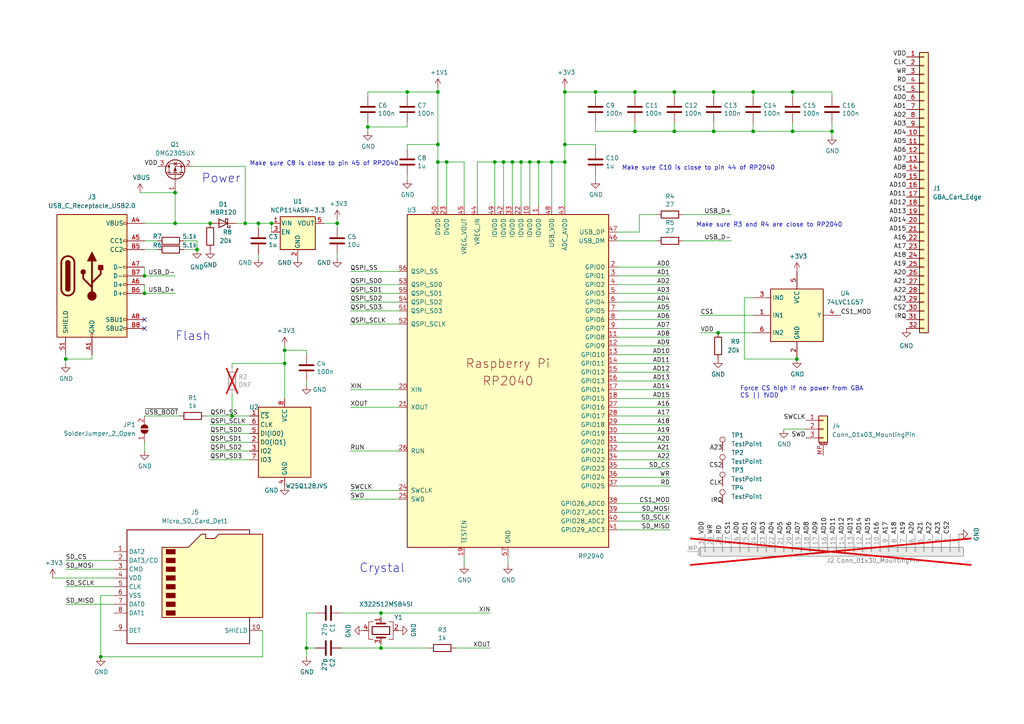
<source format=kicad_sch>
(kicad_sch (version 20230121) (generator eeschema)
  (paper "A4")
  (lib_symbols
    (symbol "74xGxx:74LVC1G57"
      (property "Reference" "U" (at -5.08 10.16 0))
      (property "Value" "74LVC1G57" (at 7.62 -10.16 0))
      (symbol "74LVC1G57_1_1"
        (pin input line (at -12.7 0 0) (length 5.08) (name "IN1") (number "1"))
        (pin power_in line (at 0 -12.7 90) (length 5.08) (name "GND") (number "2"))
        (pin input line (at -12.7 5.08 0) (length 5.08) (name "IN0") (number "3"))
        (pin output line (at 12.7 0 180) (length 5.08) (name "Y") (number "4"))
        (pin power_in line (at 0 12.7 270) (length 5.08) (name "VCC") (number "5"))
        (pin input line (at -12.7 -5.08 0) (length 5.08) (name "IN2") (number "6"))
      )
    )
    (symbol "Connector:Micro_SD_Card_Det1"
      (property "Reference" "J" (at -16.51 17.78 0))
      (property "Value" "Micro_SD_Card_Det1" (at 16.51 17.78 0))
      (symbol "Micro_SD_Card_Det1_1_1"
        (pin bidirectional line (at -22.86 10.16 0) (length 3.81) (name "DAT2") (number "1"))
        (pin passive line (at 20.32 -12.7 180) (length 3.81) (name "SHIELD") (number "10"))
        (pin bidirectional line (at -22.86 7.62 0) (length 3.81) (name "DAT3/CD") (number "2"))
        (pin input line (at -22.86 5.08 0) (length 3.81) (name "CMD") (number "3"))
        (pin power_in line (at -22.86 2.54 0) (length 3.81) (name "VDD") (number "4"))
        (pin input line (at -22.86 0 0) (length 3.81) (name "CLK") (number "5"))
        (pin power_in line (at -22.86 -2.54 0) (length 3.81) (name "VSS") (number "6"))
        (pin bidirectional line (at -22.86 -5.08 0) (length 3.81) (name "DAT0") (number "7"))
        (pin bidirectional line (at -22.86 -7.62 0) (length 3.81) (name "DAT1") (number "8"))
        (pin passive line (at -22.86 -12.7 0) (length 3.81) (name "DET") (number "9"))
      )
    )
    (symbol "Connector:TestPoint" (pin_numbers hide) (pin_names (offset 0.762) hide)
      (property "Reference" "TP" (at 0 6.858 0))
      (property "Value" "TestPoint" (at 0 5.08 0))
      (symbol "TestPoint_1_1"
        (pin passive line (at 0 0 90) (length 2.54) (name "1") (number "1"))
      )
    )
    (symbol "Connector:USB_C_Receptacle_USB2.0" (pin_names (offset 1.016))
      (property "Reference" "J" (at -10.16 19.05 0))
      (property "Value" "USB_C_Receptacle_USB2.0" (at 19.05 19.05 0))
      (symbol "USB_C_Receptacle_USB2.0_1_1"
        (pin passive line (at 0 -22.86 90) (length 5.08) (name "GND") (number "A1"))
        (pin passive line (at 0 -22.86 90) (length 5.08) hide (name "GND") (number "A12"))
        (pin passive line (at 15.24 15.24 180) (length 5.08) (name "VBUS") (number "A4"))
        (pin bidirectional line (at 15.24 10.16 180) (length 5.08) (name "CC1") (number "A5"))
        (pin bidirectional line (at 15.24 -2.54 180) (length 5.08) (name "D+") (number "A6"))
        (pin bidirectional line (at 15.24 2.54 180) (length 5.08) (name "D-") (number "A7"))
        (pin bidirectional line (at 15.24 -12.7 180) (length 5.08) (name "SBU1") (number "A8"))
        (pin passive line (at 15.24 15.24 180) (length 5.08) hide (name "VBUS") (number "A9"))
        (pin passive line (at 0 -22.86 90) (length 5.08) hide (name "GND") (number "B1"))
        (pin passive line (at 0 -22.86 90) (length 5.08) hide (name "GND") (number "B12"))
        (pin passive line (at 15.24 15.24 180) (length 5.08) hide (name "VBUS") (number "B4"))
        (pin bidirectional line (at 15.24 7.62 180) (length 5.08) (name "CC2") (number "B5"))
        (pin bidirectional line (at 15.24 -5.08 180) (length 5.08) (name "D+") (number "B6"))
        (pin bidirectional line (at 15.24 0 180) (length 5.08) (name "D-") (number "B7"))
        (pin bidirectional line (at 15.24 -15.24 180) (length 5.08) (name "SBU2") (number "B8"))
        (pin passive line (at 15.24 15.24 180) (length 5.08) hide (name "VBUS") (number "B9"))
        (pin passive line (at -7.62 -22.86 90) (length 5.08) (name "SHIELD") (number "S1"))
      )
    )
    (symbol "Connector_Generic:Conn_01x32" (pin_names (offset 1.016) hide)
      (property "Reference" "J" (at 0 40.64 0))
      (property "Value" "Conn_01x32" (at 0 -43.18 0))
      (symbol "Conn_01x32_1_1"
        (pin passive line (at -5.08 38.1 0) (length 3.81) (name "Pin_1") (number "1"))
        (pin passive line (at -5.08 15.24 0) (length 3.81) (name "Pin_10") (number "10"))
        (pin passive line (at -5.08 12.7 0) (length 3.81) (name "Pin_11") (number "11"))
        (pin passive line (at -5.08 10.16 0) (length 3.81) (name "Pin_12") (number "12"))
        (pin passive line (at -5.08 7.62 0) (length 3.81) (name "Pin_13") (number "13"))
        (pin passive line (at -5.08 5.08 0) (length 3.81) (name "Pin_14") (number "14"))
        (pin passive line (at -5.08 2.54 0) (length 3.81) (name "Pin_15") (number "15"))
        (pin passive line (at -5.08 0 0) (length 3.81) (name "Pin_16") (number "16"))
        (pin passive line (at -5.08 -2.54 0) (length 3.81) (name "Pin_17") (number "17"))
        (pin passive line (at -5.08 -5.08 0) (length 3.81) (name "Pin_18") (number "18"))
        (pin passive line (at -5.08 -7.62 0) (length 3.81) (name "Pin_19") (number "19"))
        (pin passive line (at -5.08 35.56 0) (length 3.81) (name "Pin_2") (number "2"))
        (pin passive line (at -5.08 -10.16 0) (length 3.81) (name "Pin_20") (number "20"))
        (pin passive line (at -5.08 -12.7 0) (length 3.81) (name "Pin_21") (number "21"))
        (pin passive line (at -5.08 -15.24 0) (length 3.81) (name "Pin_22") (number "22"))
        (pin passive line (at -5.08 -17.78 0) (length 3.81) (name "Pin_23") (number "23"))
        (pin passive line (at -5.08 -20.32 0) (length 3.81) (name "Pin_24") (number "24"))
        (pin passive line (at -5.08 -22.86 0) (length 3.81) (name "Pin_25") (number "25"))
        (pin passive line (at -5.08 -25.4 0) (length 3.81) (name "Pin_26") (number "26"))
        (pin passive line (at -5.08 -27.94 0) (length 3.81) (name "Pin_27") (number "27"))
        (pin passive line (at -5.08 -30.48 0) (length 3.81) (name "Pin_28") (number "28"))
        (pin passive line (at -5.08 -33.02 0) (length 3.81) (name "Pin_29") (number "29"))
        (pin passive line (at -5.08 33.02 0) (length 3.81) (name "Pin_3") (number "3"))
        (pin passive line (at -5.08 -35.56 0) (length 3.81) (name "Pin_30") (number "30"))
        (pin passive line (at -5.08 -38.1 0) (length 3.81) (name "Pin_31") (number "31"))
        (pin passive line (at -5.08 -40.64 0) (length 3.81) (name "Pin_32") (number "32"))
        (pin passive line (at -5.08 30.48 0) (length 3.81) (name "Pin_4") (number "4"))
        (pin passive line (at -5.08 27.94 0) (length 3.81) (name "Pin_5") (number "5"))
        (pin passive line (at -5.08 25.4 0) (length 3.81) (name "Pin_6") (number "6"))
        (pin passive line (at -5.08 22.86 0) (length 3.81) (name "Pin_7") (number "7"))
        (pin passive line (at -5.08 20.32 0) (length 3.81) (name "Pin_8") (number "8"))
        (pin passive line (at -5.08 17.78 0) (length 3.81) (name "Pin_9") (number "9"))
      )
    )
    (symbol "Connector_Generic_MountingPin:Conn_01x03_MountingPin" (pin_names (offset 1.016) hide)
      (property "Reference" "J" (at 0 5.08 0))
      (property "Value" "Conn_01x03_MountingPin" (at 1.27 -5.08 0))
      (symbol "Conn_01x03_MountingPin_1_1"
        (text "Mounting" (at 0 -4.191 0) (effects (font (size 0.381 0.381))))
        (pin passive line (at -5.08 2.54 0) (length 3.81) (name "Pin_1") (number "1"))
        (pin passive line (at -5.08 0 0) (length 3.81) (name "Pin_2") (number "2"))
        (pin passive line (at -5.08 -2.54 0) (length 3.81) (name "Pin_3") (number "3"))
        (pin passive line (at 0 -7.62 90) (length 3.048) (name "MountPin") (number "MP"))
      )
    )
    (symbol "Connector_Generic_MountingPin:Conn_01x30_MountingPin" (pin_names (offset 1.016) hide)
      (property "Reference" "J" (at 0 38.1 0))
      (property "Value" "Conn_01x30_MountingPin" (at 1.27 -40.64 0))
      (symbol "Conn_01x30_MountingPin_1_1"
        (text "Mounting" (at 0 -39.751 0) (effects (font (size 0.381 0.381))))
        (pin passive line (at -5.08 35.56 0) (length 3.81) (name "Pin_1") (number "1"))
        (pin passive line (at -5.08 12.7 0) (length 3.81) (name "Pin_10") (number "10"))
        (pin passive line (at -5.08 10.16 0) (length 3.81) (name "Pin_11") (number "11"))
        (pin passive line (at -5.08 7.62 0) (length 3.81) (name "Pin_12") (number "12"))
        (pin passive line (at -5.08 5.08 0) (length 3.81) (name "Pin_13") (number "13"))
        (pin passive line (at -5.08 2.54 0) (length 3.81) (name "Pin_14") (number "14"))
        (pin passive line (at -5.08 0 0) (length 3.81) (name "Pin_15") (number "15"))
        (pin passive line (at -5.08 -2.54 0) (length 3.81) (name "Pin_16") (number "16"))
        (pin passive line (at -5.08 -5.08 0) (length 3.81) (name "Pin_17") (number "17"))
        (pin passive line (at -5.08 -7.62 0) (length 3.81) (name "Pin_18") (number "18"))
        (pin passive line (at -5.08 -10.16 0) (length 3.81) (name "Pin_19") (number "19"))
        (pin passive line (at -5.08 33.02 0) (length 3.81) (name "Pin_2") (number "2"))
        (pin passive line (at -5.08 -12.7 0) (length 3.81) (name "Pin_20") (number "20"))
        (pin passive line (at -5.08 -15.24 0) (length 3.81) (name "Pin_21") (number "21"))
        (pin passive line (at -5.08 -17.78 0) (length 3.81) (name "Pin_22") (number "22"))
        (pin passive line (at -5.08 -20.32 0) (length 3.81) (name "Pin_23") (number "23"))
        (pin passive line (at -5.08 -22.86 0) (length 3.81) (name "Pin_24") (number "24"))
        (pin passive line (at -5.08 -25.4 0) (length 3.81) (name "Pin_25") (number "25"))
        (pin passive line (at -5.08 -27.94 0) (length 3.81) (name "Pin_26") (number "26"))
        (pin passive line (at -5.08 -30.48 0) (length 3.81) (name "Pin_27") (number "27"))
        (pin passive line (at -5.08 -33.02 0) (length 3.81) (name "Pin_28") (number "28"))
        (pin passive line (at -5.08 -35.56 0) (length 3.81) (name "Pin_29") (number "29"))
        (pin passive line (at -5.08 30.48 0) (length 3.81) (name "Pin_3") (number "3"))
        (pin passive line (at -5.08 -38.1 0) (length 3.81) (name "Pin_30") (number "30"))
        (pin passive line (at -5.08 27.94 0) (length 3.81) (name "Pin_4") (number "4"))
        (pin passive line (at -5.08 25.4 0) (length 3.81) (name "Pin_5") (number "5"))
        (pin passive line (at -5.08 22.86 0) (length 3.81) (name "Pin_6") (number "6"))
        (pin passive line (at -5.08 20.32 0) (length 3.81) (name "Pin_7") (number "7"))
        (pin passive line (at -5.08 17.78 0) (length 3.81) (name "Pin_8") (number "8"))
        (pin passive line (at -5.08 15.24 0) (length 3.81) (name "Pin_9") (number "9"))
        (pin passive line (at 0 -43.18 90) (length 3.048) (name "MountPin") (number "MP"))
      )
    )
    (symbol "Daft_Misc:NCP114ASN-3.3" (pin_names (offset 0.254))
      (property "Reference" "U" (at -5.08 5.715 0))
      (property "Value" "NCP114ASN-3.3" (at 0 5.715 0))
      (symbol "NCP114ASN-3.3_1_1"
        (pin power_in line (at -7.62 2.54 0) (length 2.54) (name "VIN") (number "1"))
        (pin power_in line (at 0 -7.62 90) (length 2.54) (name "GND") (number "2"))
        (pin input line (at -7.62 0 0) (length 2.54) (name "EN") (number "3"))
        (pin no_connect line (at 5.08 0 180) (length 2.54) hide (name "NC") (number "4"))
        (pin power_out line (at 7.62 2.54 180) (length 2.54) (name "VOUT") (number "5"))
      )
    )
    (symbol "Device:C" (pin_numbers hide) (pin_names (offset 0.254))
      (property "Reference" "C" (at 0.635 2.54 0))
      (property "Value" "C" (at 0.635 -2.54 0))
      (symbol "C_1_1"
        (pin passive line (at 0 3.81 270) (length 2.794) (name "~") (number "1"))
        (pin passive line (at 0 -3.81 90) (length 2.794) (name "~") (number "2"))
      )
    )
    (symbol "Device:Crystal_GND24" (pin_names (offset 1.016) hide)
      (property "Reference" "Y" (at 3.175 5.08 0))
      (property "Value" "Crystal_GND24" (at 3.175 3.175 0))
      (symbol "Crystal_GND24_1_1"
        (pin passive line (at -3.81 0 0) (length 1.27) (name "1") (number "1"))
        (pin passive line (at 0 5.08 270) (length 1.27) (name "2") (number "2"))
        (pin passive line (at 3.81 0 180) (length 1.27) (name "3") (number "3"))
        (pin passive line (at 0 -5.08 90) (length 1.27) (name "4") (number "4"))
      )
    )
    (symbol "Device:R" (pin_numbers hide) (pin_names (offset 0))
      (property "Reference" "R" (at 2.032 0 90))
      (property "Value" "R" (at 0 0 90))
      (symbol "R_1_1"
        (pin passive line (at 0 3.81 270) (length 1.27) (name "~") (number "1"))
        (pin passive line (at 0 -3.81 90) (length 1.27) (name "~") (number "2"))
      )
    )
    (symbol "Diode:MBR0520" (pin_numbers hide) (pin_names (offset 1.016) hide)
      (property "Reference" "D" (at 0 2.54 0))
      (property "Value" "MBR0520" (at 0 -2.54 0))
      (symbol "MBR0520_1_1"
        (pin passive line (at -3.81 0 0) (length 2.54) (name "K") (number "1"))
        (pin passive line (at 3.81 0 180) (length 2.54) (name "A") (number "2"))
      )
    )
    (symbol "Jumper:SolderJumper_2_Open" (pin_names (offset 0) hide)
      (property "Reference" "JP" (at 0 2.032 0))
      (property "Value" "SolderJumper_2_Open" (at 0 -2.54 0))
      (symbol "SolderJumper_2_Open_1_1"
        (pin passive line (at -3.81 0 0) (length 2.54) (name "A") (number "1"))
        (pin passive line (at 3.81 0 180) (length 2.54) (name "B") (number "2"))
      )
    )
    (symbol "MCU_RaspberryPi_RP2040:RP2040" (pin_names (offset 1.016))
      (property "Reference" "U" (at -29.21 49.53 0))
      (property "Value" "RP2040" (at 24.13 -49.53 0))
      (symbol "RP2040_0_0"
        (text "Raspberry Pi" (at 0 5.08 0) (effects (font (size 2.54 2.54))))
        (text "RP2040" (at 0 0 0) (effects (font (size 2.54 2.54))))
      )
      (symbol "RP2040_1_1"
        (pin power_in line (at 8.89 50.8 270) (length 2.54) (name "IOVDD") (number "1"))
        (pin power_in line (at 6.35 50.8 270) (length 2.54) (name "IOVDD") (number "10"))
        (pin bidirectional line (at 31.75 12.7 180) (length 2.54) (name "GPIO8") (number "11"))
        (pin bidirectional line (at 31.75 10.16 180) (length 2.54) (name "GPIO9") (number "12"))
        (pin bidirectional line (at 31.75 7.62 180) (length 2.54) (name "GPIO10") (number "13"))
        (pin bidirectional line (at 31.75 5.08 180) (length 2.54) (name "GPIO11") (number "14"))
        (pin bidirectional line (at 31.75 2.54 180) (length 2.54) (name "GPIO12") (number "15"))
        (pin bidirectional line (at 31.75 0 180) (length 2.54) (name "GPIO13") (number "16"))
        (pin bidirectional line (at 31.75 -2.54 180) (length 2.54) (name "GPIO14") (number "17"))
        (pin bidirectional line (at 31.75 -5.08 180) (length 2.54) (name "GPIO15") (number "18"))
        (pin passive line (at -12.7 -50.8 90) (length 2.54) (name "TESTEN") (number "19"))
        (pin bidirectional line (at 31.75 33.02 180) (length 2.54) (name "GPIO0") (number "2"))
        (pin input line (at -31.75 -2.54 0) (length 2.54) (name "XIN") (number "20"))
        (pin passive line (at -31.75 -7.62 0) (length 2.54) (name "XOUT") (number "21"))
        (pin power_in line (at 3.81 50.8 270) (length 2.54) (name "IOVDD") (number "22"))
        (pin power_in line (at -17.78 50.8 270) (length 2.54) (name "DVDD") (number "23"))
        (pin output line (at -31.75 -31.75 0) (length 2.54) (name "SWCLK") (number "24"))
        (pin bidirectional line (at -31.75 -34.29 0) (length 2.54) (name "SWD") (number "25"))
        (pin input line (at -31.75 -20.32 0) (length 2.54) (name "RUN") (number "26"))
        (pin bidirectional line (at 31.75 -7.62 180) (length 2.54) (name "GPIO16") (number "27"))
        (pin bidirectional line (at 31.75 -10.16 180) (length 2.54) (name "GPIO17") (number "28"))
        (pin bidirectional line (at 31.75 -12.7 180) (length 2.54) (name "GPIO18") (number "29"))
        (pin bidirectional line (at 31.75 30.48 180) (length 2.54) (name "GPIO1") (number "3"))
        (pin bidirectional line (at 31.75 -15.24 180) (length 2.54) (name "GPIO19") (number "30"))
        (pin bidirectional line (at 31.75 -17.78 180) (length 2.54) (name "GPIO20") (number "31"))
        (pin bidirectional line (at 31.75 -20.32 180) (length 2.54) (name "GPIO21") (number "32"))
        (pin power_in line (at 1.27 50.8 270) (length 2.54) (name "IOVDD") (number "33"))
        (pin bidirectional line (at 31.75 -22.86 180) (length 2.54) (name "GPIO22") (number "34"))
        (pin bidirectional line (at 31.75 -25.4 180) (length 2.54) (name "GPIO23") (number "35"))
        (pin bidirectional line (at 31.75 -27.94 180) (length 2.54) (name "GPIO24") (number "36"))
        (pin bidirectional line (at 31.75 -30.48 180) (length 2.54) (name "GPIO25") (number "37"))
        (pin bidirectional line (at 31.75 -35.56 180) (length 2.54) (name "GPIO26_ADC0") (number "38"))
        (pin bidirectional line (at 31.75 -38.1 180) (length 2.54) (name "GPIO27_ADC1") (number "39"))
        (pin bidirectional line (at 31.75 27.94 180) (length 2.54) (name "GPIO2") (number "4"))
        (pin bidirectional line (at 31.75 -40.64 180) (length 2.54) (name "GPIO28_ADC2") (number "40"))
        (pin bidirectional line (at 31.75 -43.18 180) (length 2.54) (name "GPIO29_ADC3") (number "41"))
        (pin power_in line (at -1.27 50.8 270) (length 2.54) (name "IOVDD") (number "42"))
        (pin power_in line (at 16.51 50.8 270) (length 2.54) (name "ADC_AVDD") (number "43"))
        (pin power_in line (at -8.89 50.8 270) (length 2.54) (name "VREG_IN") (number "44"))
        (pin power_out line (at -12.7 50.8 270) (length 2.54) (name "VREG_VOUT") (number "45"))
        (pin bidirectional line (at 31.75 40.64 180) (length 2.54) (name "USB_DM") (number "46"))
        (pin bidirectional line (at 31.75 43.18 180) (length 2.54) (name "USB_DP") (number "47"))
        (pin power_in line (at 12.7 50.8 270) (length 2.54) (name "USB_VDD") (number "48"))
        (pin power_in line (at -3.81 50.8 270) (length 2.54) (name "IOVDD") (number "49"))
        (pin bidirectional line (at 31.75 25.4 180) (length 2.54) (name "GPIO3") (number "5"))
        (pin power_in line (at -20.32 50.8 270) (length 2.54) (name "DVDD") (number "50"))
        (pin bidirectional line (at -31.75 20.32 0) (length 2.54) (name "QSPI_SD3") (number "51"))
        (pin output line (at -31.75 16.51 0) (length 2.54) (name "QSPI_SCLK") (number "52"))
        (pin bidirectional line (at -31.75 27.94 0) (length 2.54) (name "QSPI_SD0") (number "53"))
        (pin bidirectional line (at -31.75 22.86 0) (length 2.54) (name "QSPI_SD2") (number "54"))
        (pin bidirectional line (at -31.75 25.4 0) (length 2.54) (name "QSPI_SD1") (number "55"))
        (pin bidirectional line (at -31.75 31.75 0) (length 2.54) (name "QSPI_SS") (number "56"))
        (pin power_in line (at 0 -50.8 90) (length 2.54) (name "GND") (number "57"))
        (pin bidirectional line (at 31.75 22.86 180) (length 2.54) (name "GPIO4") (number "6"))
        (pin bidirectional line (at 31.75 20.32 180) (length 2.54) (name "GPIO5") (number "7"))
        (pin bidirectional line (at 31.75 17.78 180) (length 2.54) (name "GPIO6") (number "8"))
        (pin bidirectional line (at 31.75 15.24 180) (length 2.54) (name "GPIO7") (number "9"))
      )
    )
    (symbol "Memory_Flash:W25Q128JVS"
      (property "Reference" "U" (at -8.89 8.89 0))
      (property "Value" "W25Q128JVS" (at 7.62 8.89 0))
      (symbol "W25Q128JVS_1_1"
        (pin input line (at -10.16 7.62 0) (length 2.54) (name "~{CS}") (number "1"))
        (pin bidirectional line (at -10.16 0 0) (length 2.54) (name "DO(IO1)") (number "2"))
        (pin bidirectional line (at -10.16 -2.54 0) (length 2.54) (name "IO2") (number "3"))
        (pin power_in line (at 0 -12.7 90) (length 2.54) (name "GND") (number "4"))
        (pin bidirectional line (at -10.16 2.54 0) (length 2.54) (name "DI(IO0)") (number "5"))
        (pin input line (at -10.16 5.08 0) (length 2.54) (name "CLK") (number "6"))
        (pin bidirectional line (at -10.16 -5.08 0) (length 2.54) (name "IO3") (number "7"))
        (pin power_in line (at 0 12.7 270) (length 2.54) (name "VCC") (number "8"))
      )
    )
    (symbol "Transistor_FET:DMG2301L" (pin_names hide)
      (property "Reference" "Q" (at 5.08 1.905 0))
      (property "Value" "DMG2301L" (at 5.08 0 0))
      (symbol "DMG2301L_1_1"
        (pin input line (at -5.08 0 0) (length 2.54) (name "G") (number "1"))
        (pin passive line (at 2.54 -5.08 90) (length 2.54) (name "S") (number "2"))
        (pin passive line (at 2.54 5.08 270) (length 2.54) (name "D") (number "3"))
      )
    )
    (symbol "power:+1V1" (power) (pin_names (offset 0))
      (property "Value" "+1V1" (at 0 3.556 0))
      (symbol "+1V1_1_1"
        (pin power_in line (at 0 0 90) (length 0) hide (name "+1V1") (number "1"))
      )
    )
    (symbol "power:+3V3" (power) (pin_names (offset 0))
      (property "Value" "+3V3" (at 0 3.556 0))
      (symbol "+3V3_1_1"
        (pin power_in line (at 0 0 90) (length 0) hide (name "+3V3") (number "1"))
      )
    )
    (symbol "power:GND" (power) (pin_names (offset 0))
      (property "Value" "GND" (at 0 -3.81 0))
      (symbol "GND_1_1"
        (pin power_in line (at 0 0 270) (length 0) hide (name "GND") (number "1"))
      )
    )
    (symbol "power:VBUS" (power) (pin_names (offset 0))
      (property "Value" "VBUS" (at 0 3.81 0))
      (symbol "VBUS_1_1"
        (pin power_in line (at 0 0 90) (length 0) hide (name "VBUS") (number "1"))
      )
    )
  )
  (junction (at 153.67 46.99))
  (junction (at 184.15 38.1))
  (junction (at 50.8 55.88))
  (junction (at 57.15 72.39))
  (junction (at 106.68 36.83))
  (junction (at 207.01 26.67))
  (junction (at 231.14 104.14))
  (junction (at 143.51 46.99))
  (junction (at 163.83 46.99))
  (junction (at 218.44 26.67))
  (junction (at 208.28 96.52))
  (junction (at 78.74 64.77))
  (junction (at 163.83 26.67))
  (junction (at 148.59 46.99))
  (junction (at 195.58 38.1))
  (junction (at 97.79 64.77))
  (junction (at 110.49 187.96))
  (junction (at 129.54 46.99))
  (junction (at 160.02 46.99))
  (junction (at 118.11 26.67))
  (junction (at 41.91 80.01))
  (junction (at 82.55 101.6))
  (junction (at 127 46.99))
  (junction (at 156.21 46.99))
  (junction (at 241.3 38.1))
  (junction (at 163.83 41.91))
  (junction (at 41.91 85.09))
  (junction (at 29.21 190.5))
  (junction (at 19.05 104.14))
  (junction (at 71.12 64.77))
  (junction (at 74.93 64.77))
  (junction (at 151.13 46.99))
  (junction (at 88.9 187.96))
  (junction (at 127 26.67))
  (junction (at 127 41.91))
  (junction (at 184.15 26.67))
  (junction (at 207.01 38.1))
  (junction (at 218.44 38.1))
  (junction (at 195.58 26.67))
  (junction (at 146.05 46.99))
  (junction (at 60.96 64.77))
  (junction (at 50.8 64.77))
  (junction (at 229.87 26.67))
  (junction (at 82.55 105.41))
  (junction (at 172.72 26.67))
  (junction (at 229.87 38.1))
  (junction (at 110.49 177.8))
  (junction (at 67.31 120.65))
  (no_connect (at 41.91 95.25))
  (no_connect (at 41.91 92.71))
  (wire (pts (xy 115.57 78.74) (xy 101.6 78.74)))
  (wire (pts (xy 179.07 120.65) (xy 194.31 120.65)))
  (wire (pts (xy 19.05 175.26) (xy 33.02 175.26)))
  (wire (pts (xy 88.9 110.49) (xy 88.9 111.76)))
  (wire (pts (xy 179.07 146.05) (xy 194.31 146.05)))
  (wire (pts (xy 41.91 64.77) (xy 50.8 64.77)))
  (wire (pts (xy 82.55 105.41) (xy 82.55 115.57)))
  (wire (pts (xy 179.07 151.13) (xy 194.31 151.13)))
  (wire (pts (xy 72.39 130.81) (xy 60.96 130.81)))
  (wire (pts (xy 179.07 128.27) (xy 194.31 128.27)))
  (wire (pts (xy 203.2 96.52) (xy 208.28 96.52)))
  (wire (pts (xy 74.93 66.04) (xy 74.93 64.77)))
  (wire (pts (xy 179.07 69.85) (xy 190.5 69.85)))
  (wire (pts (xy 41.91 80.01) (xy 50.8 80.01)))
  (wire (pts (xy 184.15 27.94) (xy 184.15 26.67)))
  (wire (pts (xy 76.2 190.5) (xy 29.21 190.5)))
  (wire (pts (xy 115.57 144.78) (xy 101.6 144.78)))
  (wire (pts (xy 76.2 182.88) (xy 76.2 190.5)))
  (wire (pts (xy 179.07 123.19) (xy 194.31 123.19)))
  (wire (pts (xy 179.07 140.97) (xy 194.31 140.97)))
  (wire (pts (xy 19.05 162.56) (xy 33.02 162.56)))
  (wire (pts (xy 184.15 38.1) (xy 172.72 38.1)))
  (wire (pts (xy 160.02 46.99) (xy 163.83 46.99)))
  (wire (pts (xy 148.59 46.99) (xy 151.13 46.99)))
  (wire (pts (xy 184.15 26.67) (xy 195.58 26.67)))
  (wire (pts (xy 143.51 59.69) (xy 143.51 46.99)))
  (wire (pts (xy 179.07 135.89) (xy 194.31 135.89)))
  (wire (pts (xy 88.9 177.8) (xy 88.9 187.96)))
  (wire (pts (xy 207.01 26.67) (xy 218.44 26.67)))
  (wire (pts (xy 195.58 35.56) (xy 195.58 38.1)))
  (wire (pts (xy 110.49 179.07) (xy 110.49 177.8)))
  (wire (pts (xy 52.07 120.65) (xy 41.91 120.65)))
  (wire (pts (xy 67.31 114.3) (xy 67.31 120.65)))
  (wire (pts (xy 101.6 87.63) (xy 115.57 87.63)))
  (wire (pts (xy 207.01 38.1) (xy 195.58 38.1)))
  (wire (pts (xy 57.15 69.85) (xy 53.34 69.85)))
  (wire (pts (xy 67.31 120.65) (xy 72.39 120.65)))
  (wire (pts (xy 203.2 91.44) (xy 218.44 91.44)))
  (wire (pts (xy 198.12 62.23) (xy 212.09 62.23)))
  (wire (pts (xy 101.6 113.03) (xy 115.57 113.03)))
  (wire (pts (xy 26.67 102.87) (xy 26.67 104.14)))
  (wire (pts (xy 118.11 27.94) (xy 118.11 26.67)))
  (wire (pts (xy 215.9 104.14) (xy 231.14 104.14)))
  (wire (pts (xy 179.07 95.25) (xy 194.31 95.25)))
  (wire (pts (xy 195.58 26.67) (xy 207.01 26.67)))
  (wire (pts (xy 229.87 38.1) (xy 241.3 38.1)))
  (wire (pts (xy 179.07 67.31) (xy 185.42 67.31)))
  (wire (pts (xy 41.91 128.27) (xy 41.91 130.81)))
  (wire (pts (xy 218.44 27.94) (xy 218.44 26.67)))
  (wire (pts (xy 172.72 50.8) (xy 172.72 52.07)))
  (wire (pts (xy 138.43 59.69) (xy 138.43 46.99)))
  (wire (pts (xy 138.43 46.99) (xy 143.51 46.99)))
  (wire (pts (xy 207.01 35.56) (xy 207.01 38.1)))
  (wire (pts (xy 151.13 59.69) (xy 151.13 46.99)))
  (wire (pts (xy 29.21 172.72) (xy 29.21 190.5)))
  (wire (pts (xy 134.62 59.69) (xy 134.62 46.99)))
  (wire (pts (xy 41.91 85.09) (xy 50.8 85.09)))
  (wire (pts (xy 19.05 104.14) (xy 19.05 105.41)))
  (wire (pts (xy 227.33 124.46) (xy 233.68 124.46)))
  (wire (pts (xy 179.07 148.59) (xy 194.31 148.59)))
  (wire (pts (xy 110.49 186.69) (xy 110.49 187.96)))
  (wire (pts (xy 153.67 59.69) (xy 153.67 46.99)))
  (wire (pts (xy 195.58 38.1) (xy 184.15 38.1)))
  (wire (pts (xy 67.31 105.41) (xy 82.55 105.41)))
  (wire (pts (xy 151.13 46.99) (xy 153.67 46.99)))
  (wire (pts (xy 88.9 101.6) (xy 82.55 101.6)))
  (wire (pts (xy 172.72 26.67) (xy 184.15 26.67)))
  (wire (pts (xy 179.07 118.11) (xy 194.31 118.11)))
  (wire (pts (xy 33.02 172.72) (xy 29.21 172.72)))
  (wire (pts (xy 160.02 59.69) (xy 160.02 46.99)))
  (wire (pts (xy 179.07 90.17) (xy 194.31 90.17)))
  (wire (pts (xy 40.64 55.88) (xy 50.8 55.88)))
  (wire (pts (xy 179.07 97.79) (xy 194.31 97.79)))
  (wire (pts (xy 185.42 62.23) (xy 185.42 67.31)))
  (wire (pts (xy 74.93 73.66) (xy 74.93 74.93)))
  (wire (pts (xy 59.69 120.65) (xy 67.31 120.65)))
  (wire (pts (xy 115.57 142.24) (xy 101.6 142.24)))
  (wire (pts (xy 19.05 170.18) (xy 33.02 170.18)))
  (wire (pts (xy 146.05 59.69) (xy 146.05 46.99)))
  (wire (pts (xy 78.74 64.77) (xy 78.74 67.31)))
  (wire (pts (xy 132.08 187.96) (xy 142.24 187.96)))
  (wire (pts (xy 218.44 35.56) (xy 218.44 38.1)))
  (wire (pts (xy 19.05 165.1) (xy 33.02 165.1)))
  (wire (pts (xy 88.9 187.96) (xy 88.9 190.5)))
  (wire (pts (xy 45.72 69.85) (xy 41.91 69.85)))
  (wire (pts (xy 110.49 177.8) (xy 142.24 177.8)))
  (wire (pts (xy 156.21 46.99) (xy 160.02 46.99)))
  (wire (pts (xy 82.55 101.6) (xy 82.55 105.41)))
  (wire (pts (xy 50.8 64.77) (xy 60.96 64.77)))
  (wire (pts (xy 99.06 177.8) (xy 110.49 177.8)))
  (wire (pts (xy 55.88 48.26) (xy 71.12 48.26)))
  (wire (pts (xy 229.87 27.94) (xy 229.87 26.67)))
  (wire (pts (xy 179.07 92.71) (xy 194.31 92.71)))
  (wire (pts (xy 179.07 100.33) (xy 194.31 100.33)))
  (wire (pts (xy 218.44 86.36) (xy 215.9 86.36)))
  (wire (pts (xy 60.96 123.19) (xy 72.39 123.19)))
  (wire (pts (xy 218.44 26.67) (xy 229.87 26.67)))
  (wire (pts (xy 45.72 72.39) (xy 41.91 72.39)))
  (wire (pts (xy 179.07 115.57) (xy 194.31 115.57)))
  (wire (pts (xy 179.07 82.55) (xy 194.31 82.55)))
  (wire (pts (xy 41.91 77.47) (xy 41.91 80.01)))
  (wire (pts (xy 67.31 106.68) (xy 67.31 105.41)))
  (wire (pts (xy 72.39 128.27) (xy 60.96 128.27)))
  (wire (pts (xy 179.07 130.81) (xy 194.31 130.81)))
  (wire (pts (xy 147.32 161.29) (xy 147.32 163.83)))
  (wire (pts (xy 72.39 125.73) (xy 60.96 125.73)))
  (wire (pts (xy 91.44 187.96) (xy 88.9 187.96)))
  (wire (pts (xy 72.39 133.35) (xy 60.96 133.35)))
  (wire (pts (xy 153.67 46.99) (xy 156.21 46.99)))
  (wire (pts (xy 172.72 35.56) (xy 172.72 38.1)))
  (wire (pts (xy 179.07 110.49) (xy 194.31 110.49)))
  (wire (pts (xy 101.6 85.09) (xy 115.57 85.09)))
  (wire (pts (xy 71.12 48.26) (xy 71.12 64.77)))
  (wire (pts (xy 163.83 25.4) (xy 163.83 26.67)))
  (wire (pts (xy 57.15 72.39) (xy 57.15 69.85)))
  (wire (pts (xy 106.68 27.94) (xy 106.68 26.67)))
  (wire (pts (xy 207.01 27.94) (xy 207.01 26.67)))
  (wire (pts (xy 134.62 46.99) (xy 129.54 46.99)))
  (wire (pts (xy 229.87 26.67) (xy 241.3 26.67)))
  (wire (pts (xy 218.44 38.1) (xy 207.01 38.1)))
  (wire (pts (xy 127 46.99) (xy 127 59.69)))
  (wire (pts (xy 241.3 27.94) (xy 241.3 26.67)))
  (wire (pts (xy 115.57 118.11) (xy 101.6 118.11)))
  (wire (pts (xy 179.07 85.09) (xy 194.31 85.09)))
  (wire (pts (xy 163.83 41.91) (xy 172.72 41.91)))
  (wire (pts (xy 15.24 167.64) (xy 33.02 167.64)))
  (wire (pts (xy 118.11 50.8) (xy 118.11 52.07)))
  (wire (pts (xy 19.05 102.87) (xy 19.05 104.14)))
  (wire (pts (xy 185.42 62.23) (xy 190.5 62.23)))
  (wire (pts (xy 53.34 72.39) (xy 57.15 72.39)))
  (wire (pts (xy 215.9 86.36) (xy 215.9 104.14)))
  (wire (pts (xy 115.57 93.98) (xy 101.6 93.98)))
  (wire (pts (xy 179.07 153.67) (xy 194.31 153.67)))
  (wire (pts (xy 229.87 35.56) (xy 229.87 38.1)))
  (wire (pts (xy 179.07 87.63) (xy 194.31 87.63)))
  (wire (pts (xy 179.07 105.41) (xy 194.31 105.41)))
  (wire (pts (xy 26.67 104.14) (xy 19.05 104.14)))
  (wire (pts (xy 91.44 177.8) (xy 88.9 177.8)))
  (wire (pts (xy 127 41.91) (xy 127 46.99)))
  (wire (pts (xy 97.79 73.66) (xy 97.79 74.93)))
  (wire (pts (xy 229.87 38.1) (xy 218.44 38.1)))
  (wire (pts (xy 163.83 26.67) (xy 172.72 26.67)))
  (wire (pts (xy 115.57 130.81) (xy 101.6 130.81)))
  (wire (pts (xy 198.12 69.85) (xy 212.09 69.85)))
  (wire (pts (xy 179.07 138.43) (xy 194.31 138.43)))
  (wire (pts (xy 163.83 41.91) (xy 163.83 46.99)))
  (wire (pts (xy 101.6 90.17) (xy 115.57 90.17)))
  (wire (pts (xy 179.07 125.73) (xy 194.31 125.73)))
  (wire (pts (xy 134.62 161.29) (xy 134.62 163.83)))
  (wire (pts (xy 106.68 36.83) (xy 118.11 36.83)))
  (wire (pts (xy 179.07 107.95) (xy 194.31 107.95)))
  (wire (pts (xy 88.9 102.87) (xy 88.9 101.6)))
  (wire (pts (xy 172.72 43.18) (xy 172.72 41.91)))
  (wire (pts (xy 179.07 113.03) (xy 194.31 113.03)))
  (wire (pts (xy 118.11 26.67) (xy 127 26.67)))
  (wire (pts (xy 127 26.67) (xy 127 41.91)))
  (wire (pts (xy 179.07 133.35) (xy 194.31 133.35)))
  (wire (pts (xy 93.98 64.77) (xy 97.79 64.77)))
  (wire (pts (xy 41.91 82.55) (xy 41.91 85.09)))
  (wire (pts (xy 129.54 59.69) (xy 129.54 46.99)))
  (wire (pts (xy 127 25.4) (xy 127 26.67)))
  (wire (pts (xy 118.11 43.18) (xy 118.11 41.91)))
  (wire (pts (xy 172.72 27.94) (xy 172.72 26.67)))
  (wire (pts (xy 106.68 26.67) (xy 118.11 26.67)))
  (wire (pts (xy 50.8 55.88) (xy 50.8 64.77)))
  (wire (pts (xy 68.58 64.77) (xy 71.12 64.77)))
  (wire (pts (xy 101.6 82.55) (xy 115.57 82.55)))
  (wire (pts (xy 99.06 187.96) (xy 110.49 187.96)))
  (wire (pts (xy 118.11 41.91) (xy 127 41.91)))
  (wire (pts (xy 129.54 46.99) (xy 127 46.99)))
  (wire (pts (xy 146.05 46.99) (xy 148.59 46.99)))
  (wire (pts (xy 106.68 35.56) (xy 106.68 36.83)))
  (wire (pts (xy 179.07 102.87) (xy 194.31 102.87)))
  (wire (pts (xy 97.79 64.77) (xy 97.79 63.5)))
  (wire (pts (xy 97.79 66.04) (xy 97.79 64.77)))
  (wire (pts (xy 78.74 64.77) (xy 74.93 64.77)))
  (wire (pts (xy 195.58 27.94) (xy 195.58 26.67)))
  (wire (pts (xy 184.15 35.56) (xy 184.15 38.1)))
  (wire (pts (xy 179.07 77.47) (xy 194.31 77.47)))
  (wire (pts (xy 163.83 26.67) (xy 163.83 41.91)))
  (wire (pts (xy 82.55 100.33) (xy 82.55 101.6)))
  (wire (pts (xy 156.21 46.99) (xy 156.21 59.69)))
  (wire (pts (xy 208.28 96.52) (xy 218.44 96.52)))
  (wire (pts (xy 148.59 59.69) (xy 148.59 46.99)))
  (wire (pts (xy 106.68 36.83) (xy 106.68 38.1)))
  (wire (pts (xy 118.11 36.83) (xy 118.11 35.56)))
  (wire (pts (xy 179.07 80.01) (xy 194.31 80.01)))
  (wire (pts (xy 71.12 64.77) (xy 74.93 64.77)))
  (wire (pts (xy 143.51 46.99) (xy 146.05 46.99)))
  (wire (pts (xy 163.83 46.99) (xy 163.83 59.69)))
  (wire (pts (xy 241.3 38.1) (xy 241.3 39.37)))
  (wire (pts (xy 110.49 187.96) (xy 124.46 187.96)))
  (wire (pts (xy 241.3 35.56) (xy 241.3 38.1)))
  (text "Crystal" (at 104.14 166.37 0) (effects (font (size 2.54 2.54)) (justify left bottom)))
  (text "Flash" (at 50.8 99.06 0) (effects (font (size 2.54 2.54)) (justify left bottom)))
  (text "Power" (at 58.42 53.34 0) (effects (font (size 2.54 2.54)) (justify left bottom)))
  (text "Make sure R3 and R4 are close to RP2040" (at 201.93 66.04 0) (effects (font (size 1.27 1.27)) (justify left bottom)))
  (text "Force CS high if no power from GBA\nCS || !VDD\n" (at 214.63 115.57 0) (effects (font (size 1.27 1.27)) (justify left bottom)))
  (text "Make sure C10 is close to pin 44 of RP2040" (at 180.34 49.53 0) (effects (font (size 1.27 1.27)) (justify left bottom)))
  (text "Make sure C8 is close to pin 45 of RP2040" (at 72.39 48.26 0) (effects (font (size 1.27 1.27)) (justify left bottom)))
  (label "AD13" (at 262.89 62.23 180))
  (label "A16" (at 262.89 69.85 180))
  (label "A20" (at 194.31 128.27 180))
  (label "A22" (at 194.31 133.35 180))
  (label "AD12" (at 245.11 154.94 90))
  (label "CLK" (at 209.55 140.97 180))
  (label "CS2" (at 209.55 135.89 180))
  (label "SD_CS" (at 19.05 162.56 0))
  (label "RD" (at 194.31 140.97 180))
  (label "A18" (at 194.31 123.19 180))
  (label "AD14" (at 250.19 154.94 90))
  (label "AD0" (at 214.63 154.94 90))
  (label "A21" (at 262.89 82.55 180))
  (label "USB_D-" (at 50.8 80.01 180))
  (label "A19" (at 262.89 77.47 180))
  (label "AD8" (at 194.31 97.79 180))
  (label "CS1" (at 203.2 91.44 0))
  (label "A22" (at 262.89 85.09 180))
  (label "AD11" (at 242.57 154.94 90))
  (label "IRQ" (at 262.89 92.71 180))
  (label "~{USB_BOOT}" (at 41.91 120.65 0))
  (label "A18" (at 260.35 154.94 90))
  (label "XIN" (at 142.24 177.8 180))
  (label "AD9" (at 262.89 52.07 180))
  (label "AD1" (at 217.17 154.94 90))
  (label "AD5" (at 262.89 41.91 180))
  (label "SD_MOSI" (at 194.31 148.59 180))
  (label "A23" (at 273.05 154.94 90))
  (label "VDD" (at 204.47 154.94 90))
  (label "A20" (at 262.89 80.01 180))
  (label "SD_MISO" (at 19.05 175.26 0))
  (label "AD11" (at 262.89 57.15 180))
  (label "A17" (at 194.31 120.65 180))
  (label "AD11" (at 194.31 105.41 180))
  (label "SD_CS" (at 194.31 135.89 180))
  (label "QSPI_SD0" (at 60.96 125.73 0))
  (label "QSPI_SD2" (at 101.6 87.63 0))
  (label "AD9" (at 237.49 154.94 90))
  (label "CS1_MOD" (at 194.31 146.05 180))
  (label "A17" (at 257.81 154.94 90))
  (label "IRQ" (at 209.55 146.05 180))
  (label "SD_SCLK" (at 19.05 170.18 0))
  (label "AD15" (at 194.31 115.57 180))
  (label "SD_MOSI" (at 19.05 165.1 0))
  (label "WR" (at 207.01 154.94 90))
  (label "AD14" (at 262.89 64.77 180))
  (label "CLK" (at 262.89 19.05 180))
  (label "AD15" (at 252.73 154.94 90))
  (label "VDD" (at 203.2 96.52 0))
  (label "A19" (at 262.89 154.94 90))
  (label "AD1" (at 194.31 80.01 180))
  (label "QSPI_SS" (at 101.6 78.74 0))
  (label "QSPI_SCLK" (at 101.6 93.98 0))
  (label "AD4" (at 224.79 154.94 90))
  (label "AD5" (at 194.31 90.17 180))
  (label "QSPI_SD3" (at 60.96 133.35 0))
  (label "AD15" (at 262.89 67.31 180))
  (label "AD9" (at 194.31 100.33 180))
  (label "XOUT" (at 142.24 187.96 180))
  (label "AD6" (at 194.31 92.71 180))
  (label "AD14" (at 194.31 113.03 180))
  (label "SWCLK" (at 101.6 142.24 0))
  (label "AD2" (at 194.31 82.55 180))
  (label "QSPI_SS" (at 60.96 120.65 0))
  (label "AD1" (at 262.89 31.75 180))
  (label "SWD" (at 101.6 144.78 0))
  (label "SD_MISO" (at 194.31 153.67 180))
  (label "XIN" (at 101.6 113.03 0))
  (label "AD3" (at 222.25 154.94 90))
  (label "QSPI_SD0" (at 101.6 82.55 0))
  (label "CS1" (at 212.09 154.94 90))
  (label "SWD" (at 233.68 127 180))
  (label "A21" (at 267.97 154.94 90))
  (label "AD10" (at 240.03 154.94 90))
  (label "SWCLK" (at 233.68 121.92 180))
  (label "CS1" (at 262.89 26.67 180))
  (label "QSPI_SD1" (at 101.6 85.09 0))
  (label "QSPI_SD2" (at 60.96 130.81 0))
  (label "AD7" (at 232.41 154.94 90))
  (label "AD10" (at 194.31 102.87 180))
  (label "XOUT" (at 101.6 118.11 0))
  (label "A21" (at 194.31 130.81 180))
  (label "RUN" (at 101.6 130.81 0))
  (label "AD6" (at 262.89 44.45 180))
  (label "QSPI_SD1" (at 60.96 128.27 0))
  (label "WR" (at 262.89 21.59 180))
  (label "AD8" (at 234.95 154.94 90))
  (label "A16" (at 255.27 154.94 90))
  (label "AD10" (at 262.89 54.61 180))
  (label "QSPI_SD3" (at 101.6 90.17 0))
  (label "A22" (at 270.51 154.94 90))
  (label "A17" (at 262.89 72.39 180))
  (label "CS2" (at 262.89 90.17 180))
  (label "CS2" (at 275.59 154.94 90))
  (label "USB_D+" (at 50.8 85.09 180))
  (label "WR" (at 194.31 138.43 180))
  (label "AD3" (at 194.31 85.09 180))
  (label "AD0" (at 262.89 29.21 180))
  (label "AD6" (at 229.87 154.94 90))
  (label "AD4" (at 262.89 39.37 180))
  (label "AD8" (at 262.89 49.53 180))
  (label "RD" (at 262.89 24.13 180))
  (label "AD2" (at 262.89 34.29 180))
  (label "RD" (at 209.55 154.94 90))
  (label "AD13" (at 247.65 154.94 90))
  (label "QSPI_SCLK" (at 60.96 123.19 0))
  (label "AD12" (at 194.31 107.95 180))
  (label "AD3" (at 262.89 36.83 180))
  (label "AD2" (at 219.71 154.94 90))
  (label "AD0" (at 194.31 77.47 180))
  (label "USB_D-" (at 212.09 69.85 180))
  (label "CS1_MOD" (at 243.84 91.44 0))
  (label "AD4" (at 194.31 87.63 180))
  (label "AD5" (at 227.33 154.94 90))
  (label "A18" (at 262.89 74.93 180))
  (label "AD7" (at 194.31 95.25 180))
  (label "A23" (at 209.55 130.81 180))
  (label "VDD" (at 262.89 16.51 180))
  (label "SD_SCLK" (at 194.31 151.13 180))
  (label "A23" (at 262.89 87.63 180))
  (label "USB_D+" (at 212.09 62.23 180))
  (label "A16" (at 194.31 118.11 180))
  (label "A19" (at 194.31 125.73 180))
  (label "AD12" (at 262.89 59.69 180))
  (label "A20" (at 265.43 154.94 90))
  (label "AD7" (at 262.89 46.99 180))
  (label "VDD" (at 45.72 48.26 180))
  (label "AD13" (at 194.31 110.49 180))
  (symbol (lib_id "Connector:TestPoint") (at 209.55 130.81 0) (unit 1)
    (property "Reference" "TP1" (at 212.09 126.238 0) (effects (justify left)))
    (property "Value" "TestPoint" (at 212.09 128.778 0) (effects (justify left)))
    (property "Footprint" "TestPoint:TestPoint_Pad_1.0x1.0mm" (effects hide))
  )
  (symbol (lib_id "Device:Crystal_GND24") (at 110.49 182.88 270) (unit 1)
    (property "Reference" "Y1" (at 114.3 179.07 90) (effects (justify left)))
    (property "Value" "X322512MSB4SI" (at 104.14 175.26 90) (effects (justify left)))
    (property "Footprint" "Crystal:Crystal_SMD_3225-4Pin_3.2x2.5mm" (effects hide))
  )
  (symbol (lib_id "Device:C") (at 118.11 31.75 0) (unit 1)
    (property "Reference" "C7" (at 121.031 30.5816 0) (effects (justify left)))
    (property "Value" "100n" (at 121.031 32.893 0) (effects (justify left)))
    (property "Footprint" "Capacitor_SMD:C_0402_1005Metric" (effects hide))
  )
  (symbol (lib_id "power:GND") (at 82.55 140.97 0) (unit 1)
    (property "Reference" "#PWR011" (effects hide))
    (property "Value" "GND" (at 78.74 142.24 0))
  )
  (symbol (lib_id "Device:R") (at 49.53 72.39 90) (unit 1)
    (property "Reference" "R6" (at 46.99 71.12 90) (effects (justify left)))
    (property "Value" "5.1k" (at 57.15 71.12 90) (effects (justify left)))
    (property "Footprint" "Resistor_SMD:R_0402_1005Metric" (effects hide))
  )
  (symbol (lib_id "Daft_Misc:NCP114ASN-3.3") (at 86.36 67.31 0) (unit 1)
    (property "Reference" "U1" (at 86.36 58.42 0))
    (property "Value" "NCP114ASN-3.3" (at 86.36 60.96 0))
    (property "Footprint" "Package_SO:TSOP-5_1.65x3.05mm_P0.95mm" (effects hide))
  )
  (symbol (lib_id "power:GND") (at 278.13 154.94 90) (unit 1)
    (property "Reference" "#PWR03" (effects hide))
    (property "Value" "GND" (at 283.21 154.94 0))
  )
  (symbol (lib_id "power:GND") (at 19.05 105.41 0) (unit 1)
    (property "Reference" "#PWR04" (effects hide))
    (property "Value" "GND" (at 19.177 109.8042 0))
  )
  (symbol (lib_id "power:GND") (at 74.93 74.93 0) (unit 1)
    (property "Reference" "#PWR08" (effects hide))
    (property "Value" "GND" (at 71.12 76.2 0))
  )
  (symbol (lib_id "power:+3V3") (at 82.55 100.33 0) (unit 1)
    (property "Reference" "#PWR010" (effects hide))
    (property "Value" "+3V3" (at 82.931 95.9358 0))
  )
  (symbol (lib_id "power:GND") (at 29.21 190.5 0) (unit 1)
    (property "Reference" "#PWR030" (effects hide))
    (property "Value" "GND" (at 29.337 194.8942 0))
  )
  (symbol (lib_id "Diode:MBR0520") (at 64.77 64.77 180) (unit 1)
    (property "Reference" "D1" (at 64.77 59.2836 0))
    (property "Value" "MBR120" (at 64.77 61.595 0))
    (property "Footprint" "MCU_RaspberryPi_and_Boards:MBR120_SOD-123" (effects hide))
  )
  (symbol (lib_id "Memory_Flash:W25Q128JVS") (at 82.55 128.27 0) (unit 1)
    (property "Reference" "U2" (at 73.66 118.11 0))
    (property "Value" "W25Q128JVS" (at 88.9 140.97 0))
    (property "Footprint" "Package_SO:SOIC-8_5.23x5.23mm_P1.27mm" (effects hide))
    (property "Datasheet" "http://www.winbond.com/resource-files/w25q128jv_dtr%20revc%2003272018%20plus.pdf" (effects hide))
  )
  (symbol (lib_id "power:GND") (at 105.41 182.88 270) (unit 1)
    (property "Reference" "#PWR024" (effects hide))
    (property "Value" "GND" (at 101.0158 183.007 0))
  )
  (symbol (lib_id "power:+3V3") (at 97.79 63.5 0) (unit 1)
    (property "Reference" "#PWR013" (effects hide))
    (property "Value" "+3V3" (at 98.171 59.1058 0))
  )
  (symbol (lib_id "power:GND") (at 88.9 111.76 0) (unit 1)
    (property "Reference" "#PWR012" (effects hide))
    (property "Value" "GND" (at 92.71 113.03 0))
  )
  (symbol (lib_id "Device:R") (at 67.31 110.49 0) (unit 1) (on_board no) (dnp yes)
    (property "Reference" "R2" (at 69.088 109.3216 0) (effects (justify left)))
    (property "Value" "DNF" (at 69.088 111.633 0) (effects (justify left)))
    (property "Footprint" "Capacitor_SMD:C_0402_1005Metric" (effects hide))
  )
  (symbol (lib_id "Device:R") (at 49.53 69.85 90) (unit 1)
    (property "Reference" "R7" (at 46.99 68.58 90) (effects (justify left)))
    (property "Value" "5.1k" (at 57.15 68.58 90) (effects (justify left)))
    (property "Footprint" "Resistor_SMD:R_0402_1005Metric" (effects hide))
  )
  (symbol (lib_id "Device:R") (at 194.31 69.85 270) (unit 1)
    (property "Reference" "R5" (at 194.31 64.5922 90))
    (property "Value" "27" (at 194.31 66.9036 90))
    (property "Footprint" "Capacitor_SMD:C_0402_1005Metric" (effects hide))
  )
  (symbol (lib_id "power:+3V3") (at 163.83 25.4 0) (unit 1)
    (property "Reference" "#PWR020" (effects hide))
    (property "Value" "+3V3" (at 164.211 21.0058 0))
  )
  (symbol (lib_id "Device:R") (at 60.96 68.58 0) (mirror y) (unit 1)
    (property "Reference" "R8" (at 67.31 67.3131 0) (effects (justify left)))
    (property "Value" "20k" (at 67.31 69.85 0) (effects (justify left)))
    (property "Footprint" "Resistor_SMD:R_0402_1005Metric" (effects hide))
  )
  (symbol (lib_id "Connector_Generic_MountingPin:Conn_01x03_MountingPin") (at 238.76 124.46 0) (unit 1)
    (property "Reference" "J4" (at 241.3 123.5456 0) (effects (justify left)))
    (property "Value" "Conn_01x03_MountingPin" (at 241.3 126.0856 0) (effects (justify left)))
    (property "Footprint" "Connector_JST:JST_SH_SM03B-SRSS-TB_1x03-1MP_P1.00mm_Horizontal" (effects hide))
  )
  (symbol (lib_id "Device:C") (at 88.9 106.68 0) (unit 1)
    (property "Reference" "C4" (at 91.821 105.5116 0) (effects (justify left)))
    (property "Value" "100n" (at 91.821 107.823 0) (effects (justify left)))
    (property "Footprint" "Capacitor_SMD:C_0402_1005Metric" (effects hide))
  )
  (symbol (lib_id "power:GND") (at 227.33 124.46 0) (unit 1)
    (property "Reference" "#PWR026" (effects hide))
    (property "Value" "GND" (at 227.457 128.8542 0))
  )
  (symbol (lib_id "Device:C") (at 229.87 31.75 0) (unit 1)
    (property "Reference" "C15" (at 232.791 30.5816 0) (effects (justify left)))
    (property "Value" "100n" (at 232.791 32.893 0) (effects (justify left)))
    (property "Footprint" "Capacitor_SMD:C_0402_1005Metric" (effects hide))
  )
  (symbol (lib_id "Device:R") (at 128.27 187.96 270) (unit 1)
    (property "Reference" "R3" (at 128.27 182.7022 90))
    (property "Value" "1k" (at 128.27 185.0136 90))
    (property "Footprint" "Capacitor_SMD:C_0402_1005Metric" (effects hide))
  )
  (symbol (lib_id "power:GND") (at 231.14 104.14 0) (unit 1)
    (property "Reference" "#PWR028" (effects hide))
    (property "Value" "GND" (at 231.267 108.5342 0))
  )
  (symbol (lib_id "power:GND") (at 118.11 52.07 0) (unit 1)
    (property "Reference" "#PWR016" (effects hide))
    (property "Value" "GND" (at 118.237 56.4642 0))
  )
  (symbol (lib_id "Connector_Generic:Conn_01x32") (at 267.97 54.61 0) (unit 1) (in_bom no)
    (property "Reference" "J1" (at 270.51 54.61 0) (effects (justify left)))
    (property "Value" "GBA_Cart_Edge" (at 270.51 57.15 0) (effects (justify left)))
    (property "Footprint" "Daft_Misc:GBA_Cart_Edge" (effects hide))
  )
  (symbol (lib_id "Device:R") (at 208.28 100.33 0) (mirror y) (unit 1)
    (property "Reference" "R9" (at 214.63 99.0631 0) (effects (justify left)))
    (property "Value" "20k" (at 214.63 101.6 0) (effects (justify left)))
    (property "Footprint" "Resistor_SMD:R_0402_1005Metric" (effects hide))
  )
  (symbol (lib_id "Device:C") (at 195.58 31.75 0) (unit 1)
    (property "Reference" "C12" (at 198.501 30.5816 0) (effects (justify left)))
    (property "Value" "100n" (at 198.501 32.893 0) (effects (justify left)))
    (property "Footprint" "Capacitor_SMD:C_0402_1005Metric" (effects hide))
  )
  (symbol (lib_id "power:GND") (at 134.62 163.83 0) (unit 1)
    (property "Reference" "#PWR018" (effects hide))
    (property "Value" "GND" (at 134.747 168.2242 0))
  )
  (symbol (lib_id "Connector_Generic_MountingPin:Conn_01x30_MountingPin") (at 242.57 160.02 270) (unit 1) (on_board no) (dnp yes)
    (property "Reference" "J2" (at 239.6744 162.56 90) (effects (justify left)))
    (property "Value" "Conn_01x30_MountingPin" (at 242.57 162.56 90) (effects (justify left)))
    (property "Footprint" "Daft_Misc:JUSHUO_AFC01-S30FCA-00_1x30-1MP_P0.50mm_Horizontal" (effects hide))
  )
  (symbol (lib_id "power:GND") (at 57.15 72.39 0) (unit 1)
    (property "Reference" "#PWR025" (effects hide))
    (property "Value" "GND" (at 57.15 77.47 0))
  )
  (symbol (lib_id "Device:C") (at 184.15 31.75 0) (unit 1)
    (property "Reference" "C11" (at 187.071 30.5816 0) (effects (justify left)))
    (property "Value" "100n" (at 187.071 32.893 0) (effects (justify left)))
    (property "Footprint" "Capacitor_SMD:C_0402_1005Metric" (effects hide))
  )
  (symbol (lib_id "Device:C") (at 172.72 46.99 0) (unit 1)
    (property "Reference" "C10" (at 175.641 45.8216 0) (effects (justify left)))
    (property "Value" "1u" (at 175.641 48.133 0) (effects (justify left)))
    (property "Footprint" "Capacitor_SMD:C_0402_1005Metric" (effects hide))
  )
  (symbol (lib_id "power:GND") (at 106.68 38.1 0) (unit 1)
    (property "Reference" "#PWR015" (effects hide))
    (property "Value" "GND" (at 106.807 42.4942 0))
  )
  (symbol (lib_id "power:GND") (at 88.9 190.5 0) (unit 1)
    (property "Reference" "#PWR06" (effects hide))
    (property "Value" "GND" (at 89.027 194.8942 0))
  )
  (symbol (lib_id "Device:C") (at 95.25 187.96 270) (unit 1)
    (property "Reference" "C2" (at 96.4184 190.881 0) (effects (justify left)))
    (property "Value" "27p" (at 94.107 190.881 0) (effects (justify left)))
    (property "Footprint" "Capacitor_SMD:C_0402_1005Metric" (effects hide))
  )
  (symbol (lib_id "Connector:TestPoint") (at 209.55 140.97 0) (unit 1)
    (property "Reference" "TP3" (at 212.09 136.398 0) (effects (justify left)))
    (property "Value" "TestPoint" (at 212.09 138.938 0) (effects (justify left)))
    (property "Footprint" "TestPoint:TestPoint_Pad_1.0x1.0mm" (effects hide))
  )
  (symbol (lib_id "Device:R") (at 194.31 62.23 270) (unit 1)
    (property "Reference" "R4" (at 194.31 56.9722 90))
    (property "Value" "27" (at 194.31 59.2836 90))
    (property "Footprint" "Capacitor_SMD:C_0402_1005Metric" (effects hide))
  )
  (symbol (lib_id "power:GND") (at 115.57 182.88 90) (unit 1)
    (property "Reference" "#PWR023" (effects hide))
    (property "Value" "GND" (at 119.9642 182.753 0))
  )
  (symbol (lib_id "power:VBUS") (at 40.64 55.88 0) (unit 1)
    (property "Reference" "#PWR027" (effects hide))
    (property "Value" "VBUS" (at 41.021 51.4858 0))
  )
  (symbol (lib_id "Connector:USB_C_Receptacle_USB2.0") (at 26.67 80.01 0) (unit 1)
    (property "Reference" "J3" (at 26.67 57.15 0))
    (property "Value" "USB_C_Receptacle_USB2.0" (at 26.67 59.69 0))
    (property "Footprint" "Connector_USB:USB_C_Receptacle_HRO_TYPE-C-31-M-12" (effects hide))
    (property "Datasheet" "https://www.usb.org/sites/default/files/documents/usb_type-c.zip" (effects hide))
  )
  (symbol (lib_id "Device:C") (at 172.72 31.75 0) (unit 1)
    (property "Reference" "C9" (at 175.641 30.5816 0) (effects (justify left)))
    (property "Value" "100n" (at 175.641 32.893 0) (effects (justify left)))
    (property "Footprint" "Capacitor_SMD:C_0402_1005Metric" (effects hide))
  )
  (symbol (lib_id "Connector:Micro_SD_Card_Det1") (at 55.88 170.18 0) (unit 1)
    (property "Reference" "J5" (at 56.515 148.59 0))
    (property "Value" "Micro_SD_Card_Det1" (at 56.515 151.13 0))
    (property "Footprint" "Daft_Misc:microSD_HC_Push" (effects hide))
    (property "Datasheet" "https://datasheet.lcsc.com/lcsc/2110151630_XKB-Connectivity-XKTF-015-N_C381082.pdf" (effects hide))
  )
  (symbol (lib_id "Device:C") (at 106.68 31.75 0) (unit 1)
    (property "Reference" "C6" (at 109.601 30.5816 0) (effects (justify left)))
    (property "Value" "100n" (at 109.601 32.893 0) (effects (justify left)))
    (property "Footprint" "Capacitor_SMD:C_0402_1005Metric" (effects hide))
  )
  (symbol (lib_id "power:+3V3") (at 231.14 78.74 0) (unit 1)
    (property "Reference" "#PWR07" (effects hide))
    (property "Value" "+3V3" (at 231.521 74.3458 0))
  )
  (symbol (lib_id "Device:C") (at 97.79 69.85 0) (unit 1)
    (property "Reference" "C5" (at 100.711 68.6816 0) (effects (justify left)))
    (property "Value" "10u" (at 100.711 70.993 0) (effects (justify left)))
    (property "Footprint" "Capacitor_SMD:C_0805_2012Metric" (effects hide))
  )
  (symbol (lib_id "power:GND") (at 86.36 74.93 0) (unit 1)
    (property "Reference" "#PWR09" (effects hide))
    (property "Value" "GND" (at 82.55 76.2 0))
  )
  (symbol (lib_id "power:GND") (at 60.96 72.39 0) (mirror y) (unit 1)
    (property "Reference" "#PWR02" (effects hide))
    (property "Value" "GND" (at 60.96 76.8334 0))
  )
  (symbol (lib_id "Device:C") (at 95.25 177.8 270) (unit 1)
    (property "Reference" "C1" (at 96.4184 180.721 0) (effects (justify left)))
    (property "Value" "27p" (at 94.107 180.721 0) (effects (justify left)))
    (property "Footprint" "Capacitor_SMD:C_0402_1005Metric" (effects hide))
  )
  (symbol (lib_id "power:GND") (at 97.79 74.93 0) (unit 1)
    (property "Reference" "#PWR014" (effects hide))
    (property "Value" "GND" (at 93.98 76.2 0))
  )
  (symbol (lib_id "power:GND") (at 208.28 104.14 0) (mirror y) (unit 1)
    (property "Reference" "#PWR029" (effects hide))
    (property "Value" "GND" (at 208.28 108.5834 0))
  )
  (symbol (lib_id "Connector:TestPoint") (at 209.55 135.89 0) (unit 1)
    (property "Reference" "TP2" (at 212.09 131.318 0) (effects (justify left)))
    (property "Value" "TestPoint" (at 212.09 133.858 0) (effects (justify left)))
    (property "Footprint" "TestPoint:TestPoint_Pad_1.0x1.0mm" (effects hide))
  )
  (symbol (lib_id "power:GND") (at 172.72 52.07 0) (unit 1)
    (property "Reference" "#PWR021" (effects hide))
    (property "Value" "GND" (at 172.847 56.4642 0))
  )
  (symbol (lib_id "power:GND") (at 147.32 163.83 0) (unit 1)
    (property "Reference" "#PWR019" (effects hide))
    (property "Value" "GND" (at 147.447 168.2242 0))
  )
  (symbol (lib_id "power:+3V3") (at 15.24 167.64 0) (unit 1)
    (property "Reference" "#PWR031" (effects hide))
    (property "Value" "+3V3" (at 15.621 163.2458 0))
  )
  (symbol (lib_id "Device:C") (at 118.11 46.99 0) (unit 1)
    (property "Reference" "C8" (at 121.031 45.8216 0) (effects (justify left)))
    (property "Value" "1u" (at 121.031 48.133 0) (effects (justify left)))
    (property "Footprint" "Capacitor_SMD:C_0402_1005Metric" (effects hide))
  )
  (symbol (lib_id "power:GND") (at 41.91 130.81 0) (unit 1)
    (property "Reference" "#PWR05" (effects hide))
    (property "Value" "GND" (at 42.037 135.2042 0))
  )
  (symbol (lib_id "Device:C") (at 241.3 31.75 0) (unit 1)
    (property "Reference" "C16" (at 244.221 30.5816 0) (effects (justify left)))
    (property "Value" "100n" (at 244.221 32.893 0) (effects (justify left)))
    (property "Footprint" "Capacitor_SMD:C_0402_1005Metric" (effects hide))
  )
  (symbol (lib_id "power:GND") (at 241.3 39.37 0) (unit 1)
    (property "Reference" "#PWR022" (effects hide))
    (property "Value" "GND" (at 241.427 43.7642 0))
  )
  (symbol (lib_id "Device:C") (at 207.01 31.75 0) (unit 1)
    (property "Reference" "C13" (at 209.931 30.5816 0) (effects (justify left)))
    (property "Value" "100n" (at 209.931 32.893 0) (effects (justify left)))
    (property "Footprint" "Capacitor_SMD:C_0402_1005Metric" (effects hide))
  )
  (symbol (lib_id "Device:C") (at 74.93 69.85 0) (unit 1)
    (property "Reference" "C3" (at 77.851 68.6816 0) (effects (justify left)))
    (property "Value" "1u" (at 77.851 70.993 0) (effects (justify left)))
    (property "Footprint" "Capacitor_SMD:C_0805_2012Metric" (effects hide))
  )
  (symbol (lib_id "74xGxx:74LVC1G57") (at 231.14 91.44 0) (unit 1)
    (property "Reference" "U4" (at 245.11 85.09 0))
    (property "Value" "74LVC1G57" (at 245.11 87.63 0))
    (property "Footprint" "Package_TO_SOT_SMD:SOT-23-6" (effects hide))
    (property "Datasheet" "http://www.ti.com/lit/sg/scyt129e/scyt129e.pdf" (effects hide))
  )
  (symbol (lib_id "Device:R") (at 55.88 120.65 270) (unit 1)
    (property "Reference" "R1" (at 55.88 115.3922 90))
    (property "Value" "1k" (at 55.88 117.7036 90))
    (property "Footprint" "Capacitor_SMD:C_0402_1005Metric" (effects hide))
  )
  (symbol (lib_id "power:GND") (at 262.89 95.25 0) (unit 1)
    (property "Reference" "#PWR01" (effects hide))
    (property "Value" "GND" (at 262.89 100.33 0))
  )
  (symbol (lib_id "Connector:TestPoint") (at 209.55 146.05 0) (unit 1)
    (property "Reference" "TP4" (at 212.09 141.478 0) (effects (justify left)))
    (property "Value" "TestPoint" (at 212.09 144.018 0) (effects (justify left)))
    (property "Footprint" "TestPoint:TestPoint_Pad_1.0x1.0mm" (effects hide))
  )
  (symbol (lib_id "Transistor_FET:DMG2301L") (at 50.8 50.8 90) (unit 1)
    (property "Reference" "Q1" (at 50.8 41.91 90))
    (property "Value" "DMG2305UX" (at 50.8 44.45 90))
    (property "Footprint" "Package_TO_SOT_SMD:SOT-23" (effects hide))
    (property "Datasheet" "https://www.diodes.com/assets/Datasheets/DMG2301L.pdf" (effects hide))
  )
  (symbol (lib_id "Jumper:SolderJumper_2_Open") (at 41.91 124.46 270) (mirror x) (unit 1)
    (property "Reference" "JP1" (at 39.37 123.19 90) (effects (justify right)))
    (property "Value" "SolderJumper_2_Open" (at 39.37 125.73 90) (effects (justify right)))
    (property "Footprint" "Jumper:SolderJumper-2_P1.3mm_Open_Pad1.0x1.5mm" (effects hide))
  )
  (symbol (lib_id "MCU_RaspberryPi_RP2040:RP2040") (at 147.32 110.49 0) (unit 1)
    (property "Reference" "U3" (at 119.38 60.96 0))
    (property "Value" "RP2040" (at 171.45 161.29 0))
    (property "Footprint" "MCU_RaspberryPi_and_Boards:RP2040-QFN-56" (effects hide))
  )
  (symbol (lib_id "power:+1V1") (at 127 25.4 0) (unit 1)
    (property "Reference" "#PWR017" (effects hide))
    (property "Value" "+1V1" (at 127.381 21.0058 0))
  )
  (symbol (lib_id "Device:C") (at 218.44 31.75 0) (unit 1)
    (property "Reference" "C14" (at 221.361 30.5816 0) (effects (justify left)))
    (property "Value" "100n" (at 221.361 32.893 0) (effects (justify left)))
    (property "Footprint" "Capacitor_SMD:C_0402_1005Metric" (effects hide))
  )
)
</source>
